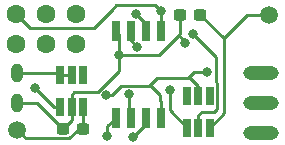
<source format=gbr>
G04 #@! TF.GenerationSoftware,KiCad,Pcbnew,7.0.3*
G04 #@! TF.CreationDate,2023-07-10T18:08:12+01:00*
G04 #@! TF.ProjectId,attiny85_ws2812_touch,61747469-6e79-4383-955f-777332383132,rev?*
G04 #@! TF.SameCoordinates,Original*
G04 #@! TF.FileFunction,Copper,L1,Top*
G04 #@! TF.FilePolarity,Positive*
%FSLAX46Y46*%
G04 Gerber Fmt 4.6, Leading zero omitted, Abs format (unit mm)*
G04 Created by KiCad (PCBNEW 7.0.3) date 2023-07-10 18:08:12*
%MOMM*%
%LPD*%
G01*
G04 APERTURE LIST*
G04 Aperture macros list*
%AMRoundRect*
0 Rectangle with rounded corners*
0 $1 Rounding radius*
0 $2 $3 $4 $5 $6 $7 $8 $9 X,Y pos of 4 corners*
0 Add a 4 corners polygon primitive as box body*
4,1,4,$2,$3,$4,$5,$6,$7,$8,$9,$2,$3,0*
0 Add four circle primitives for the rounded corners*
1,1,$1+$1,$2,$3*
1,1,$1+$1,$4,$5*
1,1,$1+$1,$6,$7*
1,1,$1+$1,$8,$9*
0 Add four rect primitives between the rounded corners*
20,1,$1+$1,$2,$3,$4,$5,0*
20,1,$1+$1,$4,$5,$6,$7,0*
20,1,$1+$1,$6,$7,$8,$9,0*
20,1,$1+$1,$8,$9,$2,$3,0*%
G04 Aperture macros list end*
G04 #@! TA.AperFunction,SMDPad,CuDef*
%ADD10R,0.650000X1.700000*%
G04 #@! TD*
G04 #@! TA.AperFunction,ComponentPad*
%ADD11O,1.000000X1.600000*%
G04 #@! TD*
G04 #@! TA.AperFunction,ComponentPad*
%ADD12O,3.000000X1.200000*%
G04 #@! TD*
G04 #@! TA.AperFunction,ComponentPad*
%ADD13C,1.500000*%
G04 #@! TD*
G04 #@! TA.AperFunction,SMDPad,CuDef*
%ADD14R,0.650000X1.560000*%
G04 #@! TD*
G04 #@! TA.AperFunction,SMDPad,CuDef*
%ADD15RoundRect,0.237500X-0.300000X-0.237500X0.300000X-0.237500X0.300000X0.237500X-0.300000X0.237500X0*%
G04 #@! TD*
G04 #@! TA.AperFunction,ComponentPad*
%ADD16C,1.600000*%
G04 #@! TD*
G04 #@! TA.AperFunction,SMDPad,CuDef*
%ADD17RoundRect,0.237500X0.300000X0.237500X-0.300000X0.237500X-0.300000X-0.237500X0.300000X-0.237500X0*%
G04 #@! TD*
G04 #@! TA.AperFunction,ViaPad*
%ADD18C,0.800000*%
G04 #@! TD*
G04 #@! TA.AperFunction,Conductor*
%ADD19C,0.250000*%
G04 #@! TD*
G04 APERTURE END LIST*
D10*
X133934200Y-72956400D03*
X132664200Y-72956400D03*
X131394200Y-72956400D03*
X130124200Y-72956400D03*
X130124200Y-80256400D03*
X131394200Y-80256400D03*
X132664200Y-80256400D03*
X133934200Y-80256400D03*
D11*
X121767600Y-78994000D03*
X121767600Y-76454000D03*
D12*
X142443200Y-81584800D03*
X142443200Y-76504800D03*
X142443200Y-79044800D03*
D13*
X143129000Y-71602600D03*
D14*
X125455600Y-79349600D03*
X126405600Y-79349600D03*
X127355600Y-79349600D03*
X127355600Y-76649600D03*
X126405600Y-76649600D03*
X125455600Y-76649600D03*
D15*
X135587400Y-71551800D03*
X137312400Y-71551800D03*
D16*
X126796800Y-71526400D03*
X126796800Y-74066400D03*
X124256800Y-71526400D03*
X124256800Y-74066400D03*
X121716800Y-71526400D03*
X121716800Y-74066400D03*
D17*
X127405300Y-81229200D03*
X125680300Y-81229200D03*
D13*
X121818400Y-81330800D03*
D14*
X136194800Y-81109800D03*
X137144800Y-81109800D03*
X138094800Y-81109800D03*
X138094800Y-78409800D03*
X137144800Y-78409800D03*
X136194800Y-78409800D03*
D18*
X136030074Y-73938960D03*
X130403600Y-74980800D03*
X131943466Y-74256729D03*
X131267200Y-78296100D03*
X129438400Y-81838800D03*
X133934200Y-71221600D03*
X136677400Y-73177400D03*
X134721600Y-77901800D03*
X131826000Y-71459900D03*
X129354543Y-78375255D03*
X137896600Y-76377800D03*
X123342400Y-77774800D03*
X131572000Y-81889600D03*
D19*
X130403600Y-74980800D02*
X133781800Y-74980800D01*
X133781800Y-74980800D02*
X135470900Y-73291700D01*
X127405300Y-81229200D02*
X127013295Y-81229200D01*
X127355600Y-79349600D02*
X127355600Y-81179500D01*
X126213295Y-82029200D02*
X122516800Y-82029200D01*
X127355600Y-81179500D02*
X127405300Y-81229200D01*
X122516800Y-82029200D02*
X121818400Y-81330800D01*
X127013295Y-81229200D02*
X126213295Y-82029200D01*
X126405600Y-80503900D02*
X126405600Y-79349600D01*
X126645600Y-78079600D02*
X128625600Y-78079600D01*
X130403600Y-74980800D02*
X130403600Y-73235800D01*
X126405600Y-79349600D02*
X126405600Y-78319600D01*
X136030074Y-73850874D02*
X135470900Y-73291700D01*
X130403600Y-73235800D02*
X130124200Y-72956400D01*
X130403600Y-76301600D02*
X130403600Y-74980800D01*
X125680300Y-81229200D02*
X126405600Y-80503900D01*
X123445100Y-78994000D02*
X125680300Y-81229200D01*
X126405600Y-78319600D02*
X126645600Y-78079600D01*
X136030074Y-73938960D02*
X136030074Y-73850874D01*
X135587400Y-73175200D02*
X135470900Y-73291700D01*
X128625600Y-78079600D02*
X130403600Y-76301600D01*
X121767600Y-78994000D02*
X123445100Y-78994000D01*
X135587400Y-71551800D02*
X135587400Y-73175200D01*
X131394200Y-72956400D02*
X131394200Y-73707463D01*
X131394200Y-73707463D02*
X131943466Y-74256729D01*
X131267200Y-80129400D02*
X131394200Y-80256400D01*
X131267200Y-78296100D02*
X131267200Y-80129400D01*
X129438400Y-80942200D02*
X130124200Y-80256400D01*
X129438400Y-81838800D02*
X129438400Y-80942200D01*
X138658600Y-75158600D02*
X136677400Y-73177400D01*
X138744800Y-77353000D02*
X138658600Y-77266800D01*
X137417800Y-79806800D02*
X138226800Y-79806800D01*
X133448000Y-70735400D02*
X133934200Y-71221600D01*
X130178600Y-70735400D02*
X133448000Y-70735400D01*
X138744800Y-79514800D02*
X138744800Y-77353000D01*
X128262600Y-72651400D02*
X129794000Y-71120000D01*
X138226800Y-79806800D02*
X138452800Y-79806800D01*
X138452800Y-79806800D02*
X138744800Y-79514800D01*
X138658600Y-77266800D02*
X138658600Y-75158600D01*
X137144800Y-81109800D02*
X137144800Y-80079800D01*
X129794000Y-71120000D02*
X130178600Y-70735400D01*
X133934200Y-72956400D02*
X133934200Y-71221600D01*
X137144800Y-80079800D02*
X137417800Y-79806800D01*
X122841800Y-72651400D02*
X128262600Y-72651400D01*
X121716800Y-71526400D02*
X122841800Y-72651400D01*
X132664200Y-72298100D02*
X131826000Y-71459900D01*
X132664200Y-72956400D02*
X132664200Y-72298100D01*
X136194800Y-81109800D02*
X134721600Y-79636600D01*
X134721600Y-79636600D02*
X134721600Y-77901800D01*
X125455600Y-76649600D02*
X126405600Y-76649600D01*
X121767600Y-76454000D02*
X125260000Y-76454000D01*
X125260000Y-76454000D02*
X125455600Y-76649600D01*
X137144800Y-78409800D02*
X137144800Y-77604800D01*
X136451200Y-76911200D02*
X136271000Y-76911200D01*
X133934200Y-78867000D02*
X133934200Y-80256400D01*
X125455600Y-79349600D02*
X124917200Y-79349600D01*
X124917200Y-79349600D02*
X123342400Y-77774800D01*
X134543800Y-76911200D02*
X133629400Y-76911200D01*
X133629400Y-76911200D02*
X132969000Y-77571600D01*
X137144800Y-77604800D02*
X136451200Y-76911200D01*
X133908800Y-78333600D02*
X133908800Y-78841600D01*
X129803145Y-78375255D02*
X130606800Y-77571600D01*
X132969000Y-77571600D02*
X133146800Y-77571600D01*
X136804400Y-76377800D02*
X136271000Y-76911200D01*
X130606800Y-77571600D02*
X132969000Y-77571600D01*
X133146800Y-77571600D02*
X133908800Y-78333600D01*
X137896600Y-76377800D02*
X136804400Y-76377800D01*
X129354543Y-78375255D02*
X129803145Y-78375255D01*
X136271000Y-76911200D02*
X134543800Y-76911200D01*
X133908800Y-78841600D02*
X133934200Y-78867000D01*
X131572000Y-81889600D02*
X132664200Y-80797400D01*
X132664200Y-80797400D02*
X132664200Y-80256400D01*
X139293600Y-73533000D02*
X139293600Y-73609200D01*
X139293600Y-79911000D02*
X138094800Y-81109800D01*
X137312400Y-71551800D02*
X139293600Y-73533000D01*
X141224000Y-71602600D02*
X139293600Y-73533000D01*
X139293600Y-73609200D02*
X139293600Y-79911000D01*
X143129000Y-71602600D02*
X141224000Y-71602600D01*
M02*

</source>
